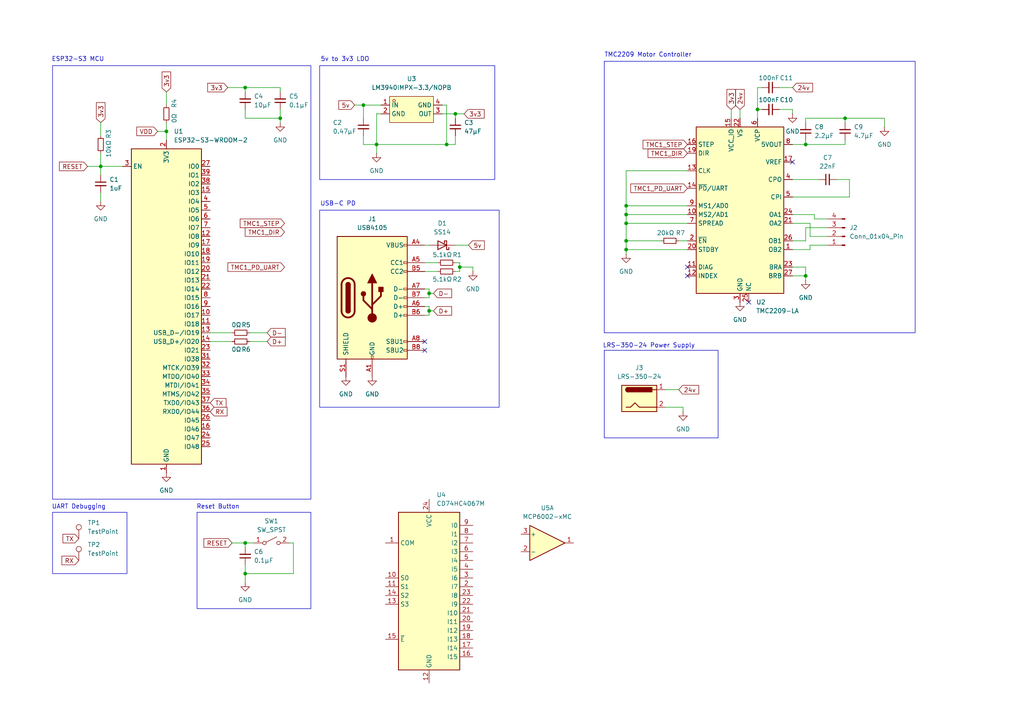
<source format=kicad_sch>
(kicad_sch (version 20250114) (generator "eeschema") (generator_version "9.0")
  (paper "A4")
  (lib_symbols
    (symbol "74xx:CD74HC4067M"
      (property "Reference" "U" (at -8.89 22.86 0))
      (property "Value" "CD74HC4067M" (at 1.27 22.86 0))
      (symbol "CD74HC4067M_0_1"
        (rectangle (start -8.89 21.59) (end 8.89 -24.13) (stroke (width 0.254)) (fill (type background)))
      )
      (symbol "CD74HC4067M_1_1"
        (pin passive line (at -12.7 12.7 0) (length 3.81) (name "COM") (number "1"))
        (pin input line (at -12.7 2.54 0) (length 3.81) (name "S0") (number "10"))
        (pin input line (at -12.7 0 0) (length 3.81) (name "S1") (number "11"))
        (pin input line (at -12.7 -2.54 0) (length 3.81) (name "S2") (number "14"))
        (pin input line (at -12.7 -5.08 0) (length 3.81) (name "S3") (number "13"))
        (pin input line (at -12.7 -15.24 0) (length 3.81) (name "~{E}") (number "15"))
        (pin power_in line (at 0 25.4 270) (length 3.81) (name "VCC") (number "24"))
        (pin power_in line (at 0 -27.94 90) (length 3.81) (name "GND") (number "12"))
        (pin passive line (at 12.7 17.78 180) (length 3.81) (name "I0") (number "9"))
        (pin passive line (at 12.7 15.24 180) (length 3.81) (name "I1") (number "8"))
        (pin passive line (at 12.7 12.7 180) (length 3.81) (name "I2") (number "7"))
        (pin passive line (at 12.7 10.16 180) (length 3.81) (name "I3") (number "6"))
        (pin passive line (at 12.7 7.62 180) (length 3.81) (name "I4") (number "5"))
        (pin passive line (at 12.7 5.08 180) (length 3.81) (name "I5") (number "4"))
        (pin passive line (at 12.7 2.54 180) (length 3.81) (name "I6") (number "3"))
        (pin passive line (at 12.7 0 180) (length 3.81) (name "I7") (number "2"))
        (pin passive line (at 12.7 -2.54 180) (length 3.81) (name "I8") (number "23"))
        (pin passive line (at 12.7 -5.08 180) (length 3.81) (name "I9") (number "22"))
        (pin passive line (at 12.7 -7.62 180) (length 3.81) (name "I10") (number "21"))
        (pin passive line (at 12.7 -10.16 180) (length 3.81) (name "I11") (number "20"))
        (pin passive line (at 12.7 -12.7 180) (length 3.81) (name "I12") (number "19"))
        (pin passive line (at 12.7 -15.24 180) (length 3.81) (name "I13") (number "18"))
        (pin passive line (at 12.7 -17.78 180) (length 3.81) (name "I14") (number "17"))
        (pin passive line (at 12.7 -20.32 180) (length 3.81) (name "I15") (number "16"))
      )
    )
    (symbol "Amplifier_Operational:MCP6002-xMC" (pin_names (offset 0.127))
      (property "Reference" "U" (at 0 5.08 0))
      (property "Value" "MCP6002-xMC" (at 0 -5.08 0))
      (symbol "MCP6002-xMC_1_1"
        (polyline (pts (xy -5.08 5.08) (xy 5.08 0) (xy -5.08 -5.08) (xy -5.08 5.08)) (stroke (width 0.254)) (fill (type background)))
        (pin input line (at -7.62 2.54 0) (length 2.54) (name "+") (number "3"))
        (pin input line (at -7.62 -2.54 0) (length 2.54) (name "-") (number "2"))
        (pin output line (at 7.62 0 180) (length 2.54) (name "~") (number "1"))
      )
      (symbol "MCP6002-xMC_2_1"
        (polyline (pts (xy -5.08 5.08) (xy 5.08 0) (xy -5.08 -5.08) (xy -5.08 5.08)) (stroke (width 0.254)) (fill (type background)))
        (pin input line (at -7.62 2.54 0) (length 2.54) (name "+") (number "5"))
        (pin input line (at -7.62 -2.54 0) (length 2.54) (name "-") (number "6"))
        (pin output line (at 7.62 0 180) (length 2.54) (name "~") (number "7"))
      )
      (symbol "MCP6002-xMC_3_1"
        (pin power_in line (at -2.54 7.62 270) (length 3.81) (name "V+") (number "8"))
        (pin power_in line (at -2.54 -7.62 90) (length 3.81) (name "V-") (number "4"))
        (pin passive line (at -2.54 -7.62 90) (length 3.81) (hide yes) (name "V-") (number "9"))
      )
    )
    (symbol "Connector:Barrel_Jack" (pin_names (offset 1.016))
      (property "Reference" "J" (at 0 5.334 0))
      (property "Value" "Barrel_Jack" (at 0 -5.08 0))
      (symbol "Barrel_Jack_0_1"
        (rectangle (start -5.08 3.81) (end 5.08 -3.81) (stroke (width 0.254)) (fill (type background)))
        (polyline (pts (xy -3.81 -2.54) (xy -2.54 -2.54) (xy -1.27 -1.27) (xy 0 -2.54) (xy 2.54 -2.54) (xy 5.08 -2.54)) (stroke (width 0.254)))
        (arc (start -3.302 1.905) (mid -3.9343 2.54) (end -3.302 3.175) (stroke (width 0.254)))
        (arc (start -3.302 1.905) (mid -3.9343 2.54) (end -3.302 3.175) (stroke (width 0.254)) (fill (type outline)))
        (rectangle (start 3.683 3.175) (end -3.302 1.905) (stroke (width 0.254)) (fill (type outline)))
        (polyline (pts (xy 5.08 2.54) (xy 3.81 2.54)) (stroke (width 0.254)))
      )
      (symbol "Barrel_Jack_1_1"
        (pin passive line (at 7.62 2.54 180) (length 2.54) (name "~") (number "1"))
        (pin passive line (at 7.62 -2.54 180) (length 2.54) (name "~") (number "2"))
      )
    )
    (symbol "Connector:Conn_01x04_Pin" (pin_names (offset 1.016) (hide yes))
      (property "Reference" "J" (at 0 5.08 0))
      (property "Value" "Conn_01x04_Pin" (at 0 -7.62 0))
      (symbol "Conn_01x04_Pin_1_1"
        (rectangle (start 0.8636 2.667) (end 0 2.413) (stroke (width 0.1524)) (fill (type outline)))
        (rectangle (start 0.8636 0.127) (end 0 -0.127) (stroke (width 0.1524)) (fill (type outline)))
        (rectangle (start 0.8636 -2.413) (end 0 -2.667) (stroke (width 0.1524)) (fill (type outline)))
        (rectangle (start 0.8636 -4.953) (end 0 -5.207) (stroke (width 0.1524)) (fill (type outline)))
        (polyline (pts (xy 1.27 2.54) (xy 0.8636 2.54)) (stroke (width 0.1524)))
        (polyline (pts (xy 1.27 0) (xy 0.8636 0)) (stroke (width 0.1524)))
        (polyline (pts (xy 1.27 -2.54) (xy 0.8636 -2.54)) (stroke (width 0.1524)))
        (polyline (pts (xy 1.27 -5.08) (xy 0.8636 -5.08)) (stroke (width 0.1524)))
        (pin passive line (at 5.08 2.54 180) (length 3.81) (name "Pin_1") (number "1"))
        (pin passive line (at 5.08 0 180) (length 3.81) (name "Pin_2") (number "2"))
        (pin passive line (at 5.08 -2.54 180) (length 3.81) (name "Pin_3") (number "3"))
        (pin passive line (at 5.08 -5.08 180) (length 3.81) (name "Pin_4") (number "4"))
      )
    )
    (symbol "Connector:TestPoint" (pin_numbers (hide yes)) (pin_names (offset 0.762) (hide yes))
      (property "Reference" "TP" (at 0 6.858 0))
      (property "Value" "TestPoint" (at 0 5.08 0))
      (symbol "TestPoint_0_1"
        (circle (center 0 3.302) (radius 0.762))
      )
      (symbol "TestPoint_1_1"
        (pin passive line (at 0 0 90) (length 2.54) (name "1") (number "1"))
      )
    )
    (symbol "Connector:USB_C_Receptacle_USB2.0_16P" (pin_names (offset 1.016))
      (property "Reference" "J" (at 0 22.225 0))
      (property "Value" "USB_C_Receptacle_USB2.0_16P" (at 0 19.685 0))
      (symbol "USB_C_Receptacle_USB2.0_16P_0_0"
        (rectangle (start -0.254 -17.78) (end 0.254 -16.764))
        (rectangle (start 10.16 15.494) (end 9.144 14.986))
        (rectangle (start 10.16 10.414) (end 9.144 9.906))
        (rectangle (start 10.16 7.874) (end 9.144 7.366))
        (rectangle (start 10.16 2.794) (end 9.144 2.286))
        (rectangle (start 10.16 0.254) (end 9.144 -0.254))
        (rectangle (start 10.16 -2.286) (end 9.144 -2.794))
        (rectangle (start 10.16 -4.826) (end 9.144 -5.334))
        (rectangle (start 10.16 -12.446) (end 9.144 -12.954))
        (rectangle (start 10.16 -14.986) (end 9.144 -15.494))
      )
      (symbol "USB_C_Receptacle_USB2.0_16P_0_1"
        (rectangle (start -10.16 17.78) (end 10.16 -17.78) (stroke (width 0.254)) (fill (type background)))
        (polyline (pts (xy -8.89 -3.81) (xy -8.89 3.81)) (stroke (width 0.508)))
        (rectangle (start -7.62 -3.81) (end -6.35 3.81) (stroke (width 0.254)) (fill (type outline)))
        (arc (start -7.62 3.81) (mid -6.985 4.4423) (end -6.35 3.81) (stroke (width 0.254)))
        (arc (start -7.62 3.81) (mid -6.985 4.4423) (end -6.35 3.81) (stroke (width 0.254)) (fill (type outline)))
        (arc (start -8.89 3.81) (mid -6.985 5.7067) (end -5.08 3.81) (stroke (width 0.508)))
        (arc (start -5.08 -3.81) (mid -6.985 -5.7067) (end -8.89 -3.81) (stroke (width 0.508)))
        (arc (start -6.35 -3.81) (mid -6.985 -4.4423) (end -7.62 -3.81) (stroke (width 0.254)))
        (arc (start -6.35 -3.81) (mid -6.985 -4.4423) (end -7.62 -3.81) (stroke (width 0.254)) (fill (type outline)))
        (polyline (pts (xy -5.08 3.81) (xy -5.08 -3.81)) (stroke (width 0.508)))
        (circle (center -2.54 1.143) (radius 0.635) (stroke (width 0.254)) (fill (type outline)))
        (polyline (pts (xy -1.27 4.318) (xy 0 6.858) (xy 1.27 4.318) (xy -1.27 4.318)) (stroke (width 0.254)) (fill (type outline)))
        (polyline (pts (xy 0 -2.032) (xy 2.54 0.508) (xy 2.54 1.778)) (stroke (width 0.508)))
        (polyline (pts (xy 0 -3.302) (xy -2.54 -0.762) (xy -2.54 0.508)) (stroke (width 0.508)))
        (polyline (pts (xy 0 -5.842) (xy 0 4.318)) (stroke (width 0.508)))
        (circle (center 0 -5.842) (radius 1.27) (fill (type outline)))
        (rectangle (start 1.905 1.778) (end 3.175 3.048) (stroke (width 0.254)) (fill (type outline)))
      )
      (symbol "USB_C_Receptacle_USB2.0_16P_1_1"
        (pin passive line (at -7.62 -22.86 90) (length 5.08) (name "SHIELD") (number "S1"))
        (pin passive line (at 0 -22.86 90) (length 5.08) (name "GND") (number "A1"))
        (pin passive line (at 0 -22.86 90) (length 5.08) (hide yes) (name "GND") (number "A12"))
        (pin passive line (at 0 -22.86 90) (length 5.08) (hide yes) (name "GND") (number "B1"))
        (pin passive line (at 0 -22.86 90) (length 5.08) (hide yes) (name "GND") (number "B12"))
        (pin passive line (at 15.24 15.24 180) (length 5.08) (name "VBUS") (number "A4"))
        (pin passive line (at 15.24 15.24 180) (length 5.08) (hide yes) (name "VBUS") (number "A9"))
        (pin passive line (at 15.24 15.24 180) (length 5.08) (hide yes) (name "VBUS") (number "B4"))
        (pin passive line (at 15.24 15.24 180) (length 5.08) (hide yes) (name "VBUS") (number "B9"))
        (pin bidirectional line (at 15.24 10.16 180) (length 5.08) (name "CC1") (number "A5"))
        (pin bidirectional line (at 15.24 7.62 180) (length 5.08) (name "CC2") (number "B5"))
        (pin bidirectional line (at 15.24 2.54 180) (length 5.08) (name "D-") (number "A7"))
        (pin bidirectional line (at 15.24 0 180) (length 5.08) (name "D-") (number "B7"))
        (pin bidirectional line (at 15.24 -2.54 180) (length 5.08) (name "D+") (number "A6"))
        (pin bidirectional line (at 15.24 -5.08 180) (length 5.08) (name "D+") (number "B6"))
        (pin bidirectional line (at 15.24 -12.7 180) (length 5.08) (name "SBU1") (number "A8"))
        (pin bidirectional line (at 15.24 -15.24 180) (length 5.08) (name "SBU2") (number "B8"))
      )
    )
    (symbol "Device:C_Small" (pin_numbers (hide yes)) (pin_names (offset 0.254) (hide yes))
      (property "Reference" "C" (at 0.254 1.778 0))
      (property "Value" "C_Small" (at 0.254 -2.032 0))
      (symbol "C_Small_0_1"
        (polyline (pts (xy -1.524 0.508) (xy 1.524 0.508)) (stroke (width 0.3048)))
        (polyline (pts (xy -1.524 -0.508) (xy 1.524 -0.508)) (stroke (width 0.3302)))
      )
      (symbol "C_Small_1_1"
        (pin passive line (at 0 2.54 270) (length 2.032) (name "~") (number "1"))
        (pin passive line (at 0 -2.54 90) (length 2.032) (name "~") (number "2"))
      )
    )
    (symbol "Device:D_Schottky" (pin_numbers (hide yes)) (pin_names (offset 1.016) (hide yes))
      (property "Reference" "D" (at 0 2.54 0))
      (property "Value" "D_Schottky" (at 0 -2.54 0))
      (symbol "D_Schottky_0_1"
        (polyline (pts (xy -1.905 0.635) (xy -1.905 1.27) (xy -1.27 1.27) (xy -1.27 -1.27) (xy -0.635 -1.27) (xy -0.635 -0.635)) (stroke (width 0.254)))
        (polyline (pts (xy 1.27 1.27) (xy 1.27 -1.27) (xy -1.27 0) (xy 1.27 1.27)) (stroke (width 0.254)))
        (polyline (pts (xy 1.27 0) (xy -1.27 0)))
      )
      (symbol "D_Schottky_1_1"
        (pin passive line (at -3.81 0 0) (length 2.54) (name "K") (number "1"))
        (pin passive line (at 3.81 0 180) (length 2.54) (name "A") (number "2"))
      )
    )
    (symbol "Device:R_Small" (pin_numbers (hide yes)) (pin_names (offset 0.254) (hide yes))
      (property "Reference" "R" (at 0.762 0.508 0))
      (property "Value" "R_Small" (at 0.762 -1.016 0))
      (symbol "R_Small_0_1"
        (rectangle (start -0.762 1.778) (end 0.762 -1.778) (stroke (width 0.2032)))
      )
      (symbol "R_Small_1_1"
        (pin passive line (at 0 2.54 270) (length 0.762) (name "~") (number "1"))
        (pin passive line (at 0 -2.54 90) (length 0.762) (name "~") (number "2"))
      )
    )
    (symbol "Driver_Motor:TMC2209-LA"
      (property "Reference" "U" (at -11.684 26.924 0))
      (property "Value" "TMC2209-LA" (at 13.208 26.924 0))
      (symbol "TMC2209-LA_0_1"
        (rectangle (start -12.7 25.4) (end 12.7 -22.86) (stroke (width 0.254)) (fill (type background)))
      )
      (symbol "TMC2209-LA_1_1"
        (pin input line (at -15.24 20.32 0) (length 2.54) (name "STEP") (number "16"))
        (pin input line (at -15.24 17.78 0) (length 2.54) (name "DIR") (number "19"))
        (pin input line (at -15.24 12.7 0) (length 2.54) (name "CLK") (number "13"))
        (pin bidirectional line (at -15.24 7.62 0) (length 2.54) (name "~{PD}/UART") (number "14"))
        (pin input line (at -15.24 2.54 0) (length 2.54) (name "MS1/AD0") (number "9"))
        (pin input line (at -15.24 0 0) (length 2.54) (name "MS2/AD1") (number "10"))
        (pin input line (at -15.24 -2.54 0) (length 2.54) (name "SPREAD") (number "7"))
        (pin input line (at -15.24 -7.62 0) (length 2.54) (name "~{EN}") (number "2"))
        (pin input line (at -15.24 -10.16 0) (length 2.54) (name "STDBY") (number "20"))
        (pin output line (at -15.24 -15.24 0) (length 2.54) (name "DIAG") (number "11"))
        (pin output line (at -15.24 -17.78 0) (length 2.54) (name "INDEX") (number "12"))
        (pin power_in line (at -2.54 27.94 270) (length 2.54) (name "VCC_IO") (number "15"))
        (pin power_in line (at 0 27.94 270) (length 2.54) (name "VS") (number "22"))
        (pin passive line (at 0 27.94 270) (length 2.54) (hide yes) (name "VS") (number "28"))
        (pin passive line (at 0 -25.4 90) (length 2.54) (hide yes) (name "GND") (number "18"))
        (pin passive line (at 0 -25.4 90) (length 2.54) (hide yes) (name "GND") (number "29"))
        (pin power_in line (at 0 -25.4 90) (length 2.54) (name "GND") (number "3"))
        (pin passive line (at 2.54 -25.4 90) (length 2.54) (name "NC") (number "25"))
        (pin output line (at 5.08 27.94 270) (length 2.54) (name "VCP") (number "6"))
        (pin power_out line (at 15.24 20.32 180) (length 2.54) (name "5VOUT") (number "8"))
        (pin passive line (at 15.24 15.24 180) (length 2.54) (name "VREF") (number "17"))
        (pin input line (at 15.24 10.16 180) (length 2.54) (name "CPO") (number "4"))
        (pin input line (at 15.24 5.08 180) (length 2.54) (name "CPI") (number "5"))
        (pin output line (at 15.24 0 180) (length 2.54) (name "OA1") (number "24"))
        (pin output line (at 15.24 -2.54 180) (length 2.54) (name "OA2") (number "21"))
        (pin output line (at 15.24 -7.62 180) (length 2.54) (name "OB1") (number "26"))
        (pin output line (at 15.24 -10.16 180) (length 2.54) (name "OB2") (number "1"))
        (pin input line (at 15.24 -15.24 180) (length 2.54) (name "BRA") (number "23"))
        (pin input line (at 15.24 -17.78 180) (length 2.54) (name "BRB") (number "27"))
      )
    )
    (symbol "EasyEDA:LM3940IMPX-3.3_NOPB"
      (property "Reference" "U" (at 0 6.35 0))
      (property "Value" "LM3940IMPX-3.3/NOPB" (at 0 -6.35 0))
      (symbol "LM3940IMPX-3.3_NOPB_0_1"
        (rectangle (start -6.35 3.81) (end 6.35 -3.81) (fill (type background)))
        (circle (center -5.08 2.54) (radius 0.38))
        (pin unspecified line (at -8.89 1.27 0) (length 2.54) (name "IN") (number "1"))
        (pin unspecified line (at -8.89 -1.27 0) (length 2.54) (name "GND") (number "2"))
        (pin unspecified line (at 8.89 1.27 180) (length 2.54) (name "GND") (number "4"))
        (pin unspecified line (at 8.89 -1.27 180) (length 2.54) (name "OUT") (number "3"))
      )
    )
    (symbol "RF_Module:ESP32-S3-WROOM-2"
      (property "Reference" "U" (at -10.16 45.72 0))
      (property "Value" "ESP32-S3-WROOM-2" (at 2.54 45.72 0))
      (symbol "ESP32-S3-WROOM-2_0_1"
        (rectangle (start -10.16 45.72) (end 10.16 -45.72) (stroke (width 0.254)) (fill (type background)))
      )
      (symbol "ESP32-S3-WROOM-2_1_1"
        (pin input line (at -12.7 40.64 0) (length 2.54) (name "EN") (number "3"))
        (pin no_connect line (at -10.16 -35.56 0) (length 2.54) (hide yes) (name "NC") (number "28"))
        (pin no_connect line (at -10.16 -38.1 0) (length 2.54) (hide yes) (name "NC") (number "29"))
        (pin no_connect line (at -10.16 -40.64 0) (length 2.54) (hide yes) (name "NC") (number "30"))
        (pin power_in line (at 0 48.26 270) (length 2.54) (name "3V3") (number "2"))
        (pin power_in line (at 0 -48.26 90) (length 2.54) (name "GND") (number "1"))
        (pin passive line (at 0 -48.26 90) (length 2.54) (hide yes) (name "GND") (number "40"))
        (pin passive line (at 0 -48.26 90) (length 2.54) (hide yes) (name "GND") (number "41"))
        (pin bidirectional line (at 12.7 40.64 180) (length 2.54) (name "IO0") (number "27"))
        (pin bidirectional line (at 12.7 38.1 180) (length 2.54) (name "IO1") (number "39"))
        (pin bidirectional line (at 12.7 35.56 180) (length 2.54) (name "IO2") (number "38"))
        (pin bidirectional line (at 12.7 33.02 180) (length 2.54) (name "IO3") (number "15"))
        (pin bidirectional line (at 12.7 30.48 180) (length 2.54) (name "IO4") (number "4"))
        (pin bidirectional line (at 12.7 27.94 180) (length 2.54) (name "IO5") (number "5"))
        (pin bidirectional line (at 12.7 25.4 180) (length 2.54) (name "IO6") (number "6"))
        (pin bidirectional line (at 12.7 22.86 180) (length 2.54) (name "IO7") (number "7"))
        (pin bidirectional line (at 12.7 20.32 180) (length 2.54) (name "IO8") (number "12"))
        (pin bidirectional line (at 12.7 17.78 180) (length 2.54) (name "IO9") (number "17"))
        (pin bidirectional line (at 12.7 15.24 180) (length 2.54) (name "IO10") (number "18"))
        (pin bidirectional line (at 12.7 12.7 180) (length 2.54) (name "IO11") (number "19"))
        (pin bidirectional line (at 12.7 10.16 180) (length 2.54) (name "IO12") (number "20"))
        (pin bidirectional line (at 12.7 7.62 180) (length 2.54) (name "IO13") (number "21"))
        (pin bidirectional line (at 12.7 5.08 180) (length 2.54) (name "IO14") (number "22"))
        (pin bidirectional line (at 12.7 2.54 180) (length 2.54) (name "IO15") (number "8"))
        (pin bidirectional line (at 12.7 0 180) (length 2.54) (name "IO16") (number "9"))
        (pin bidirectional line (at 12.7 -2.54 180) (length 2.54) (name "IO17") (number "10"))
        (pin bidirectional line (at 12.7 -5.08 180) (length 2.54) (name "IO18") (number "11"))
        (pin bidirectional line (at 12.7 -7.62 180) (length 2.54) (name "USB_D-/IO19") (number "13"))
        (pin bidirectional line (at 12.7 -10.16 180) (length 2.54) (name "USB_D+/IO20") (number "14"))
        (pin bidirectional line (at 12.7 -12.7 180) (length 2.54) (name "IO21") (number "23"))
        (pin bidirectional line (at 12.7 -15.24 180) (length 2.54) (name "IO38") (number "31"))
        (pin bidirectional line (at 12.7 -17.78 180) (length 2.54) (name "MTCK/IO39") (number "32"))
        (pin bidirectional line (at 12.7 -20.32 180) (length 2.54) (name "MTDO/IO40") (number "33"))
        (pin bidirectional line (at 12.7 -22.86 180) (length 2.54) (name "MTDI/IO41") (number "34"))
        (pin bidirectional line (at 12.7 -25.4 180) (length 2.54) (name "MTMS/IO42") (number "35"))
        (pin bidirectional line (at 12.7 -27.94 180) (length 2.54) (name "TXD0/IO43") (number "37"))
        (pin bidirectional line (at 12.7 -30.48 180) (length 2.54) (name "RXD0/IO44") (number "36"))
        (pin bidirectional line (at 12.7 -33.02 180) (length 2.54) (name "IO45") (number "26"))
        (pin bidirectional line (at 12.7 -35.56 180) (length 2.54) (name "IO46") (number "16"))
        (pin bidirectional line (at 12.7 -38.1 180) (length 2.54) (name "IO47") (number "24"))
        (pin bidirectional line (at 12.7 -40.64 180) (length 2.54) (name "IO48") (number "25"))
      )
    )
    (symbol "Switch:SW_SPST" (pin_names (offset 0) (hide yes))
      (property "Reference" "SW" (at 0 3.175 0))
      (property "Value" "SW_SPST" (at 0 -2.54 0))
      (symbol "SW_SPST_0_0"
        (circle (center -2.032 0) (radius 0.508))
        (polyline (pts (xy -1.524 0.254) (xy 1.524 1.778)))
        (circle (center 2.032 0) (radius 0.508))
      )
      (symbol "SW_SPST_1_1"
        (pin passive line (at -5.08 0 0) (length 2.54) (name "A") (number "1"))
        (pin passive line (at 5.08 0 180) (length 2.54) (name "B") (number "2"))
      )
    )
    (symbol "power:GND" (power) (pin_numbers (hide yes)) (pin_names (offset 0) (hide yes))
      (property "Value" "GND" (at 0 -3.81 0))
      (symbol "GND_0_1"
        (polyline (pts (xy 0 0) (xy 0 -1.27) (xy 1.27 -1.27) (xy 0 -2.54) (xy -1.27 -1.27) (xy 0 -1.27)))
      )
      (symbol "GND_1_1"
        (pin power_in line (at 0 0 270) (length 0) (name "~") (number "1"))
      )
    )
  )
  (rectangle (start 92.71 60.96) (end 144.78 118.11))
  (rectangle (start 175.26 101.6) (end 208.28 127))
  (rectangle (start 92.71 19.05) (end 143.51 52.07))
  (rectangle (start 15.24 148.59) (end 36.83 166.37))
  (rectangle (start 15.24 19.05) (end 90.17 144.78))
  (rectangle (start 175.26 17.78) (end 265.43 96.52))
  (rectangle (start 57.15 148.59) (end 90.17 176.53))
  (text "5v to 3v3 LDO" (at 100.076 17.272 0) (effects (font (size 1.27 1.27))))
  (text "LRS-350-24 Power Supply" (at 188.214 100.33 0) (effects (font (size 1.27 1.27))))
  (text "ESP32-S3 MCU" (at 22.606 17.272 0) (effects (font (size 1.27 1.27))))
  (text "Reset Button\n" (at 63.246 147.066 0) (effects (font (size 1.27 1.27))))
  (text "USB-C PD" (at 98.044 59.182 0) (effects (font (size 1.27 1.27))))
  (text "UART Debugging" (at 22.86 147.066 0) (effects (font (size 1.27 1.27))))
  (text "TMC2209 Motor Controller" (at 187.96 16.002 0) (effects (font (size 1.27 1.27))))
  (junction (at 233.68 80.01))
  (junction (at 132.08 33.02))
  (junction (at 181.61 59.69))
  (junction (at 181.61 69.85))
  (junction (at 181.61 72.39))
  (junction (at 124.46 85.09))
  (junction (at 71.12 166.37))
  (junction (at 105.41 30.48))
  (junction (at 109.22 41.91))
  (junction (at 245.11 34.29))
  (junction (at 81.28 34.29))
  (junction (at 71.12 157.48))
  (junction (at 233.68 41.91))
  (junction (at 219.71 31.75))
  (junction (at 48.26 38.1))
  (junction (at 133.35 77.47))
  (junction (at 71.12 25.4))
  (junction (at 29.21 48.26))
  (junction (at 124.46 90.17))
  (junction (at 181.61 62.23))
  (junction (at 129.54 41.91))
  (junction (at 181.61 64.77))
  (no_connect (at 199.39 77.47))
  (no_connect (at 199.39 80.01))
  (no_connect (at 123.19 99.06))
  (no_connect (at 229.87 46.99))
  (no_connect (at 217.17 87.63))
  (no_connect (at 123.19 101.6))
  (wire (pts (xy 81.28 26.67) (xy 81.28 25.4)))
  (wire (pts (xy 67.31 157.48) (xy 71.12 157.48)))
  (wire (pts (xy 123.19 88.9) (xy 124.46 88.9)))
  (wire (pts (xy 132.08 33.02) (xy 134.62 33.02)))
  (wire (pts (xy 214.63 31.75) (xy 214.63 34.29)))
  (wire (pts (xy 66.04 25.4) (xy 71.12 25.4)))
  (wire (pts (xy 125.73 85.09) (xy 124.46 85.09)))
  (wire (pts (xy 48.26 26.67) (xy 48.26 30.48)))
  (wire (pts (xy 105.41 34.29) (xy 105.41 30.48)))
  (wire (pts (xy 124.46 88.9) (xy 124.46 90.17)))
  (wire (pts (xy 29.21 58.42) (xy 29.21 55.88)))
  (wire (pts (xy 229.87 69.85) (xy 233.68 69.85)))
  (wire (pts (xy 181.61 72.39) (xy 199.39 72.39)))
  (wire (pts (xy 199.39 59.69) (xy 181.61 59.69)))
  (wire (pts (xy 226.06 25.4) (xy 229.87 25.4)))
  (wire (pts (xy 256.54 36.83) (xy 256.54 34.29)))
  (wire (pts (xy 85.09 166.37) (xy 71.12 166.37)))
  (wire (pts (xy 81.28 31.75) (xy 81.28 34.29)))
  (wire (pts (xy 181.61 73.66) (xy 181.61 72.39)))
  (wire (pts (xy 132.08 39.37) (xy 132.08 41.91)))
  (wire (pts (xy 233.68 34.29) (xy 245.11 34.29)))
  (wire (pts (xy 48.26 38.1) (xy 48.26 40.64)))
  (wire (pts (xy 229.87 64.77) (xy 234.95 64.77)))
  (wire (pts (xy 48.26 35.56) (xy 48.26 38.1)))
  (wire (pts (xy 124.46 91.44) (xy 123.19 91.44)))
  (wire (pts (xy 229.87 52.07) (xy 237.49 52.07)))
  (wire (pts (xy 128.27 30.48) (xy 129.54 30.48)))
  (wire (pts (xy 137.16 78.74) (xy 137.16 77.47)))
  (wire (pts (xy 233.68 77.47) (xy 233.68 80.01)))
  (wire (pts (xy 196.85 113.03) (xy 193.04 113.03)))
  (wire (pts (xy 132.08 41.91) (xy 129.54 41.91)))
  (wire (pts (xy 229.87 41.91) (xy 233.68 41.91)))
  (wire (pts (xy 199.39 62.23) (xy 181.61 62.23)))
  (wire (pts (xy 181.61 59.69) (xy 181.61 62.23)))
  (wire (pts (xy 226.06 31.75) (xy 229.87 31.75)))
  (wire (pts (xy 71.12 166.37) (xy 71.12 163.83)))
  (wire (pts (xy 124.46 86.36) (xy 123.19 86.36)))
  (wire (pts (xy 219.71 34.29) (xy 219.71 31.75)))
  (wire (pts (xy 219.71 31.75) (xy 220.98 31.75)))
  (wire (pts (xy 229.87 72.39) (xy 234.95 72.39)))
  (wire (pts (xy 81.28 34.29) (xy 81.28 35.56)))
  (wire (pts (xy 124.46 83.82) (xy 124.46 85.09)))
  (wire (pts (xy 246.38 52.07) (xy 246.38 57.15)))
  (wire (pts (xy 109.22 33.02) (xy 109.22 41.91)))
  (wire (pts (xy 71.12 157.48) (xy 73.66 157.48)))
  (wire (pts (xy 229.87 62.23) (xy 236.22 62.23)))
  (wire (pts (xy 196.85 69.85) (xy 199.39 69.85)))
  (wire (pts (xy 181.61 64.77) (xy 181.61 69.85)))
  (wire (pts (xy 233.68 35.56) (xy 233.68 34.29)))
  (wire (pts (xy 71.12 25.4) (xy 71.12 26.67)))
  (wire (pts (xy 29.21 39.37) (xy 29.21 35.56)))
  (wire (pts (xy 60.96 99.06) (xy 67.31 99.06)))
  (wire (pts (xy 71.12 34.29) (xy 81.28 34.29)))
  (wire (pts (xy 77.47 99.06) (xy 72.39 99.06)))
  (wire (pts (xy 25.4 48.26) (xy 29.21 48.26)))
  (wire (pts (xy 198.12 118.11) (xy 198.12 119.38)))
  (wire (pts (xy 123.19 76.2) (xy 127 76.2)))
  (wire (pts (xy 109.22 44.45) (xy 109.22 41.91)))
  (wire (pts (xy 123.19 78.74) (xy 127 78.74)))
  (wire (pts (xy 105.41 30.48) (xy 110.49 30.48)))
  (wire (pts (xy 220.98 25.4) (xy 219.71 25.4)))
  (wire (pts (xy 83.82 157.48) (xy 85.09 157.48)))
  (wire (pts (xy 245.11 34.29) (xy 245.11 35.56)))
  (wire (pts (xy 71.12 31.75) (xy 71.12 34.29)))
  (wire (pts (xy 132.08 71.12) (xy 135.89 71.12)))
  (wire (pts (xy 242.57 52.07) (xy 246.38 52.07)))
  (wire (pts (xy 229.87 31.75) (xy 229.87 33.02)))
  (wire (pts (xy 29.21 44.45) (xy 29.21 48.26)))
  (wire (pts (xy 181.61 49.53) (xy 199.39 49.53)))
  (wire (pts (xy 233.68 41.91) (xy 245.11 41.91)))
  (wire (pts (xy 124.46 90.17) (xy 124.46 91.44)))
  (wire (pts (xy 105.41 39.37) (xy 105.41 41.91)))
  (wire (pts (xy 128.27 33.02) (xy 132.08 33.02)))
  (wire (pts (xy 245.11 41.91) (xy 245.11 40.64)))
  (wire (pts (xy 193.04 118.11) (xy 198.12 118.11)))
  (wire (pts (xy 233.68 69.85) (xy 233.68 66.04)))
  (wire (pts (xy 212.09 31.75) (xy 212.09 34.29)))
  (wire (pts (xy 77.47 96.52) (xy 72.39 96.52)))
  (wire (pts (xy 125.73 90.17) (xy 124.46 90.17)))
  (wire (pts (xy 29.21 48.26) (xy 35.56 48.26)))
  (wire (pts (xy 129.54 41.91) (xy 109.22 41.91)))
  (wire (pts (xy 133.35 76.2) (xy 132.08 76.2)))
  (wire (pts (xy 246.38 57.15) (xy 229.87 57.15)))
  (wire (pts (xy 234.95 64.77) (xy 234.95 68.58)))
  (wire (pts (xy 229.87 77.47) (xy 233.68 77.47)))
  (wire (pts (xy 129.54 30.48) (xy 129.54 41.91)))
  (wire (pts (xy 236.22 62.23) (xy 236.22 63.5)))
  (wire (pts (xy 105.41 41.91) (xy 109.22 41.91)))
  (wire (pts (xy 123.19 83.82) (xy 124.46 83.82)))
  (wire (pts (xy 133.35 77.47) (xy 133.35 76.2)))
  (wire (pts (xy 102.87 30.48) (xy 105.41 30.48)))
  (wire (pts (xy 219.71 25.4) (xy 219.71 31.75)))
  (wire (pts (xy 233.68 80.01) (xy 233.68 81.28)))
  (wire (pts (xy 45.72 38.1) (xy 48.26 38.1)))
  (wire (pts (xy 85.09 157.48) (xy 85.09 166.37)))
  (wire (pts (xy 234.95 68.58) (xy 240.03 68.58)))
  (wire (pts (xy 181.61 72.39) (xy 181.61 69.85)))
  (wire (pts (xy 236.22 63.5) (xy 240.03 63.5)))
  (wire (pts (xy 234.95 72.39) (xy 234.95 71.12)))
  (wire (pts (xy 60.96 96.52) (xy 67.31 96.52)))
  (wire (pts (xy 137.16 77.47) (xy 133.35 77.47)))
  (wire (pts (xy 233.68 40.64) (xy 233.68 41.91)))
  (wire (pts (xy 124.46 85.09) (xy 124.46 86.36)))
  (wire (pts (xy 181.61 62.23) (xy 181.61 64.77)))
  (wire (pts (xy 110.49 33.02) (xy 109.22 33.02)))
  (wire (pts (xy 245.11 34.29) (xy 256.54 34.29)))
  (wire (pts (xy 234.95 71.12) (xy 240.03 71.12)))
  (wire (pts (xy 132.08 33.02) (xy 132.08 34.29)))
  (wire (pts (xy 71.12 168.91) (xy 71.12 166.37)))
  (wire (pts (xy 181.61 49.53) (xy 181.61 59.69)))
  (wire (pts (xy 71.12 25.4) (xy 81.28 25.4)))
  (wire (pts (xy 123.19 71.12) (xy 124.46 71.12)))
  (wire (pts (xy 181.61 64.77) (xy 199.39 64.77)))
  (wire (pts (xy 29.21 50.8) (xy 29.21 48.26)))
  (wire (pts (xy 133.35 78.74) (xy 133.35 77.47)))
  (wire (pts (xy 132.08 78.74) (xy 133.35 78.74)))
  (wire (pts (xy 233.68 66.04) (xy 240.03 66.04)))
  (wire (pts (xy 71.12 158.75) (xy 71.12 157.48)))
  (wire (pts (xy 229.87 80.01) (xy 233.68 80.01)))
  (wire (pts (xy 181.61 69.85) (xy 191.77 69.85)))
  (global_label "TMC1_DIR" (shape input) (at 199.39 44.45 180) (property "Intersheetrefs" "${INTERSHEET_REFS}" (effects (hide yes))))
  (global_label "RX" (shape input) (at 60.96 119.38 0) (property "Intersheetrefs" "${INTERSHEET_REFS}" (effects (hide yes))))
  (global_label "RX" (shape input) (at 22.86 162.56 180) (property "Intersheetrefs" "${INTERSHEET_REFS}" (effects (hide yes))))
  (global_label "3v3" (shape input) (at 212.09 31.75 90) (property "Intersheetrefs" "${INTERSHEET_REFS}" (effects (hide yes))))
  (global_label "RESET" (shape input) (at 25.4 48.26 180) (property "Intersheetrefs" "${INTERSHEET_REFS}" (effects (hide yes))))
  (global_label "D+" (shape input) (at 77.47 99.06 0) (property "Intersheetrefs" "${INTERSHEET_REFS}" (effects (hide yes))))
  (global_label "TMC1_DIR" (shape input) (at 82.55 67.31 180) (property "Intersheetrefs" "${INTERSHEET_REFS}" (effects (hide yes))))
  (global_label "TMC1_PD_UART" (shape input) (at 82.55 77.47 180) (property "Intersheetrefs" "${INTERSHEET_REFS}" (effects (hide yes))))
  (global_label "3v3" (shape input) (at 29.21 35.56 90) (property "Intersheetrefs" "${INTERSHEET_REFS}" (effects (hide yes))))
  (global_label "5v" (shape input) (at 135.89 71.12 0) (property "Intersheetrefs" "${INTERSHEET_REFS}" (effects (hide yes))))
  (global_label "D-" (shape input) (at 77.47 96.52 0) (property "Intersheetrefs" "${INTERSHEET_REFS}" (effects (hide yes))))
  (global_label "D+" (shape input) (at 125.73 90.17 0) (property "Intersheetrefs" "${INTERSHEET_REFS}" (effects (hide yes))))
  (global_label "RESET" (shape input) (at 67.31 157.48 180) (property "Intersheetrefs" "${INTERSHEET_REFS}" (effects (hide yes))))
  (global_label "24v" (shape input) (at 229.87 25.4 0) (property "Intersheetrefs" "${INTERSHEET_REFS}" (effects (hide yes))))
  (global_label "TMC1_STEP" (shape input) (at 82.55 64.77 180) (property "Intersheetrefs" "${INTERSHEET_REFS}" (effects (hide yes))))
  (global_label "3v3" (shape input) (at 48.26 26.67 90) (property "Intersheetrefs" "${INTERSHEET_REFS}" (effects (hide yes))))
  (global_label "VDD" (shape input) (at 45.72 38.1 180) (property "Intersheetrefs" "${INTERSHEET_REFS}" (effects (hide yes))))
  (global_label "TMC1_STEP" (shape input) (at 199.39 41.91 180) (property "Intersheetrefs" "${INTERSHEET_REFS}" (effects (hide yes))))
  (global_label "3v3" (shape input) (at 134.62 33.02 0) (property "Intersheetrefs" "${INTERSHEET_REFS}" (effects (hide yes))))
  (global_label "TX" (shape input) (at 60.96 116.84 0) (property "Intersheetrefs" "${INTERSHEET_REFS}" (effects (hide yes))))
  (global_label "3v3" (shape input) (at 66.04 25.4 180) (property "Intersheetrefs" "${INTERSHEET_REFS}" (effects (hide yes))))
  (global_label "TMC1_PD_UART" (shape input) (at 199.39 54.61 180) (property "Intersheetrefs" "${INTERSHEET_REFS}" (effects (hide yes))))
  (global_label "24v" (shape input) (at 214.63 31.75 90) (property "Intersheetrefs" "${INTERSHEET_REFS}" (effects (hide yes))))
  (global_label "D-" (shape input) (at 125.73 85.09 0) (property "Intersheetrefs" "${INTERSHEET_REFS}" (effects (hide yes))))
  (global_label "24v" (shape input) (at 196.85 113.03 0) (property "Intersheetrefs" "${INTERSHEET_REFS}" (effects (hide yes))))
  (global_label "5v" (shape input) (at 102.87 30.48 180) (property "Intersheetrefs" "${INTERSHEET_REFS}" (effects (hide yes))))
  (global_label "TX" (shape input) (at 22.86 156.21 180) (property "Intersheetrefs" "${INTERSHEET_REFS}" (effects (hide yes))))
  (symbol (lib_id "Device:C_Small") (at 223.52 31.75 270) (unit 1)
    (property "Reference" "C10" (at 228.092 28.956 90))
    (property "Value" "100nF" (at 223.012 28.956 90))
    (property "Description" "Unpolarized capacitor, small symbol" (effects (hide yes)))
  )
  (symbol (lib_id "Device:C_Small") (at 233.68 38.1 180) (unit 1)
    (property "Reference" "C8" (at 236.22 36.8235 0) (effects (justify right)))
    (property "Value" "2.2µF" (at 236.22 39.3635 0) (effects (justify right)))
    (property "Description" "Unpolarized capacitor, small symbol" (effects (hide yes)))
  )
  (symbol (lib_id "power:GND") (at 256.54 36.83 0) (unit 1)
    (property "Reference" "#PWR06" (effects (hide yes)))
    (property "Value" "GND" (at 256.54 41.91 0))
    (property "Description" "Power symbol creates a global label with name \"GND\" , ground" (effects (hide yes)))
  )
  (symbol (lib_id "Device:C_Small") (at 245.11 38.1 180) (unit 1)
    (property "Reference" "C9" (at 247.65 36.8235 0) (effects (justify right)))
    (property "Value" "4.7µF" (at 247.65 39.3635 0) (effects (justify right)))
    (property "Description" "Unpolarized capacitor, small symbol" (effects (hide yes)))
  )
  (symbol (lib_id "Device:C_Small") (at 105.41 36.83 0) (unit 1)
    (property "Reference" "C2" (at 96.52 35.56 0) (effects (justify left)))
    (property "Value" "0.47μF" (at 96.52 38.1 0) (effects (justify left)))
    (property "Footprint" "Capacitor_SMD:C_0805_2012Metric" (effects (hide yes)))
    (property "Description" "Unpolarized capacitor, small symbol" (effects (hide yes)))
  )
  (symbol (lib_id "power:GND") (at 214.63 87.63 0) (unit 1)
    (property "Reference" "#PWR05" (effects (hide yes)))
    (property "Value" "GND" (at 214.63 92.71 0))
    (property "Description" "Power symbol creates a global label with name \"GND\" , ground" (effects (hide yes)))
  )
  (symbol (lib_id "Device:C_Small") (at 132.08 36.83 0) (unit 1)
    (property "Reference" "C3" (at 134.62 35.5662 0) (effects (justify left)))
    (property "Value" "47μF" (at 134.62 38.1062 0) (effects (justify left)))
    (property "Footprint" "Capacitor_SMD:C_0805_2012Metric" (effects (hide yes)))
    (property "Description" "Unpolarized capacitor, small symbol" (effects (hide yes)))
  )
  (symbol (lib_id "Device:C_Small") (at 81.28 29.21 180) (unit 1)
    (property "Reference" "C5" (at 83.82 27.9335 0) (effects (justify right)))
    (property "Value" "0.1μF" (at 83.82 30.4735 0) (effects (justify right)))
    (property "Footprint" "Capacitor_SMD:C_0805_2012Metric" (effects (hide yes)))
    (property "Description" "Unpolarized capacitor, small symbol" (effects (hide yes)))
  )
  (symbol (lib_id "Device:R_Small") (at 69.85 99.06 270) (unit 1)
    (property "Reference" "R6" (at 71.374 101.346 90))
    (property "Value" "0Ω" (at 68.58 101.346 90))
    (property "Footprint" "Resistor_SMD:R_0805_2012Metric" (effects (hide yes)))
    (property "Description" "Resistor, small symbol" (effects (hide yes)))
  )
  (symbol (lib_id "Connector:USB_C_Receptacle_USB2.0_16P") (at 107.95 86.36 0) (unit 1)
    (property "Reference" "J1" (at 107.95 63.5 0))
    (property "Value" "USB4105" (at 107.95 66.04 0))
    (property "Footprint" "Connector_USB:USB_C_Receptacle_GCT_USB4105-xx-A_16P_TopMnt_Horizontal" (effects (hide yes)))
    (property "Datasheet" "https://www.usb.org/sites/default/files/documents/usb_type-c.zip" (effects (hide yes)))
    (property "Description" "USB 2.0-only 16P Type-C Receptacle connector" (effects (hide yes)))
  )
  (symbol (lib_id "power:GND") (at 181.61 73.66 0) (unit 1)
    (property "Reference" "#PWR09" (effects (hide yes)))
    (property "Value" "GND" (at 181.61 78.74 0))
    (property "Description" "Power symbol creates a global label with name \"GND\" , ground" (effects (hide yes)))
  )
  (symbol (lib_id "Connector:Barrel_Jack") (at 185.42 115.57 0) (unit 1)
    (property "Reference" "J3" (at 185.42 106.68 0))
    (property "Value" "LRS-350-24" (at 185.42 109.22 0))
    (property "Description" "DC Barrel Jack" (effects (hide yes)))
  )
  (symbol (lib_id "power:GND") (at 198.12 119.38 0) (unit 1)
    (property "Reference" "#PWR07" (effects (hide yes)))
    (property "Value" "GND" (at 198.12 124.46 0))
    (property "Description" "Power symbol creates a global label with name \"GND\" , ground" (effects (hide yes)))
  )
  (symbol (lib_id "Device:R_Small") (at 29.21 41.91 0) (unit 1)
    (property "Reference" "R3" (at 31.496 38.862 90))
    (property "Value" "10kΩ" (at 31.496 43.18 90))
    (property "Footprint" "Resistor_SMD:R_0805_2012Metric" (effects (hide yes)))
    (property "Description" "Resistor, small symbol" (effects (hide yes)))
  )
  (symbol (lib_id "Device:C_Small") (at 240.03 52.07 90) (unit 1)
    (property "Reference" "C7" (at 240.0363 45.72 90))
    (property "Value" "22nF" (at 240.0363 48.26 90))
    (property "Description" "Unpolarized capacitor, small symbol" (effects (hide yes)))
  )
  (symbol (lib_id "Device:R_Small") (at 129.54 78.74 270) (unit 1)
    (property "Reference" "R2" (at 132.588 81.026 90))
    (property "Value" "5.1kΩ" (at 128.27 81.026 90))
    (property "Footprint" "Resistor_SMD:R_0805_2012Metric" (effects (hide yes)))
    (property "Description" "Resistor, small symbol" (effects (hide yes)))
  )
  (symbol (lib_id "power:GND") (at 71.12 168.91 0) (unit 1)
    (property "Reference" "#PWR04" (effects (hide yes)))
    (property "Value" "GND" (at 71.12 173.99 0))
    (property "Description" "Power symbol creates a global label with name \"GND\" , ground" (effects (hide yes)))
  )
  (symbol (lib_id "power:GND") (at 81.28 35.56 0) (unit 1)
    (property "Reference" "#PWR03" (effects (hide yes)))
    (property "Value" "GND" (at 81.28 40.64 0))
    (property "Description" "Power symbol creates a global label with name \"GND\" , ground" (effects (hide yes)))
  )
  (symbol (lib_id "RF_Module:ESP32-S3-WROOM-2") (at 48.26 88.9 0) (unit 1)
    (property "Reference" "U1" (at 50.4033 38.1 0) (effects (justify left)))
    (property "Value" "ESP32-S3-WROOM-2" (at 50.4033 40.64 0) (effects (justify left)))
    (property "Footprint" "RF_Module:ESP32-S3-WROOM-2" (effects (hide yes)))
    (property "Datasheet" "https://www.espressif.com/sites/default/files/documentation/esp32-s3-wroom-2_datasheet_en.pdf" (effects (hide yes)))
    (property "Description" "RF Module, 2.4 GHz, Wi­-Fi, Bluetooth, BLE, ESP32­-S3R8V" (effects (hide yes)))
  )
  (symbol (lib_id "Device:R_Small") (at 194.31 69.85 90) (unit 1)
    (property "Reference" "R7" (at 197.358 67.564 90))
    (property "Value" "20kΩ" (at 193.04 67.564 90))
    (property "Footprint" "Resistor_SMD:R_0805_2012Metric" (effects (hide yes)))
    (property "Description" "Resistor, small symbol" (effects (hide yes)))
  )
  (symbol (lib_id "power:GND") (at 233.68 81.28 0) (unit 1)
    (property "Reference" "#PWR08" (effects (hide yes)))
    (property "Value" "GND" (at 233.68 86.36 0))
    (property "Description" "Power symbol creates a global label with name \"GND\" , ground" (effects (hide yes)))
  )
  (symbol (lib_id "Driver_Motor:TMC2209-LA") (at 214.63 62.23 0) (unit 1)
    (property "Reference" "U2" (at 219.3133 87.63 0) (effects (justify left)))
    (property "Value" "TMC2209-LA" (at 219.3133 90.17 0) (effects (justify left)))
    (property "Footprint" "Package_DFN_QFN:VQFN-28-1EP_5x5mm_P0.5mm_EP3.7x3.7mm_ThermalVias" (effects (hide yes)))
    (property "Datasheet" "https://www.analog.com/media/en/technical-documentation/data-sheets/TMC2209_datasheet_rev1.09.pdf" (effects (hide yes)))
    (property "Description" "2-phase stepper motor driver, 256 µSteps, 2.8A peak, 2.0A RMS, VS = 4.75..29V, STEP/DIR and UART interface, VQFN-28" (effects (hide yes)))
  )
  (symbol (lib_id "power:GND") (at 29.21 58.42 0) (unit 1)
    (property "Reference" "#PWR02" (effects (hide yes)))
    (property "Value" "GND" (at 29.21 63.5 0))
    (property "Description" "Power symbol creates a global label with name \"GND\" , ground" (effects (hide yes)))
  )
  (symbol (lib_id "Device:R_Small") (at 129.54 76.2 90) (unit 1)
    (property "Reference" "R1" (at 132.588 73.914 90))
    (property "Value" "5.1kΩ" (at 128.27 73.914 90))
    (property "Footprint" "Resistor_SMD:R_0805_2012Metric" (effects (hide yes)))
    (property "Description" "Resistor, small symbol" (effects (hide yes)))
  )
  (symbol (lib_id "Switch:SW_SPST") (at 78.74 157.48 0) (unit 1)
    (property "Reference" "SW1" (at 78.74 151.13 0))
    (property "Value" "SW_SPST" (at 78.74 153.67 0))
    (property "Footprint" "Button_Switch_THT:SW_PUSH_6mm" (effects (hide yes)))
    (property "Description" "Single Pole Single Throw (SPST) switch" (effects (hide yes)))
  )
  (symbol (lib_id "Device:C_Small") (at 29.21 53.34 0) (unit 1)
    (property "Reference" "C1" (at 31.75 52.0762 0) (effects (justify left)))
    (property "Value" "1uF" (at 31.75 54.6162 0) (effects (justify left)))
    (property "Footprint" "Capacitor_SMD:C_0805_2012Metric" (effects (hide yes)))
    (property "Description" "Unpolarized capacitor, small symbol" (effects (hide yes)))
  )
  (symbol (lib_id "power:GND") (at 137.16 78.74 0) (unit 1)
    (property "Reference" "#PWR013" (effects (hide yes)))
    (property "Value" "GND" (at 137.16 83.82 0))
    (property "Description" "Power symbol creates a global label with name \"GND\" , ground" (effects (hide yes)))
  )
  (symbol (lib_id "Device:C_Small") (at 71.12 29.21 180) (unit 1)
    (property "Reference" "C4" (at 73.66 27.9335 0) (effects (justify right)))
    (property "Value" "10μF" (at 73.66 30.4735 0) (effects (justify right)))
    (property "Footprint" "Capacitor_SMD:C_0805_2012Metric" (effects (hide yes)))
    (property "Description" "Unpolarized capacitor, small symbol" (effects (hide yes)))
  )
  (symbol (lib_id "Connector:Conn_01x04_Pin") (at 245.11 68.58 180) (unit 1)
    (property "Reference" "J2" (at 246.38 66.0399 0) (effects (justify right)))
    (property "Value" "Conn_01x04_Pin" (at 246.38 68.5799 0) (effects (justify right)))
    (property "Description" "Generic connector, single row, 01x04, script generated" (effects (hide yes)))
  )
  (symbol (lib_id "Device:C_Small") (at 71.12 161.29 180) (unit 1)
    (property "Reference" "C6" (at 73.66 160.0135 0) (effects (justify right)))
    (property "Value" "0.1μF" (at 73.66 162.5535 0) (effects (justify right)))
    (property "Footprint" "Capacitor_SMD:C_0805_2012Metric" (effects (hide yes)))
    (property "Description" "Unpolarized capacitor, small symbol" (effects (hide yes)))
  )
  (symbol (lib_id "Device:C_Small") (at 223.52 25.4 270) (unit 1)
    (property "Reference" "C11" (at 228.092 22.606 90))
    (property "Value" "100nF" (at 223.012 22.606 90))
    (property "Description" "Unpolarized capacitor, small symbol" (effects (hide yes)))
  )
  (symbol (lib_id "74xx:CD74HC4067M") (at 124.46 170.18 0) (unit 1)
    (property "Reference" "U4" (at 126.6033 143.51 0) (effects (justify left)))
    (property "Value" "CD74HC4067M" (at 126.6033 146.05 0) (effects (justify left)))
    (property "Footprint" "Package_SO:SOIC-24W_7.5x15.4mm_P1.27mm" (effects (hide yes)))
    (property "Datasheet" "http://www.ti.com/lit/ds/symlink/cd74hc4067.pdf" (effects (hide yes)))
    (property "Description" "High-Speed CMOS Logic 16-Channel Analog Multiplexer/Demultiplexer, SOIC-24" (effects (hide yes)))
  )
  (symbol (lib_id "Device:R_Small") (at 48.26 33.02 0) (unit 1)
    (property "Reference" "R4" (at 50.546 29.972 90))
    (property "Value" "0Ω" (at 50.546 34.29 90))
    (property "Footprint" "Resistor_SMD:R_0805_2012Metric" (effects (hide yes)))
    (property "Description" "Resistor, small symbol" (effects (hide yes)))
  )
  (symbol (lib_id "Device:R_Small") (at 69.85 96.52 90) (unit 1)
    (property "Reference" "R5" (at 71.374 94.234 90))
    (property "Value" "0Ω" (at 68.58 94.234 90))
    (property "Footprint" "Resistor_SMD:R_0805_2012Metric" (effects (hide yes)))
    (property "Description" "Resistor, small symbol" (effects (hide yes)))
  )
  (symbol (lib_id "power:GND") (at 109.22 44.45 0) (unit 1)
    (property "Reference" "#PWR014" (effects (hide yes)))
    (property "Value" "GND" (at 109.22 49.53 0))
    (property "Description" "Power symbol creates a global label with name \"GND\" , ground" (effects (hide yes)))
  )
  (symbol (lib_id "Amplifier_Operational:MCP6002-xMC") (at 158.75 157.48 0) (unit 1)
    (property "Reference" "U5" (at 158.75 147.32 0))
    (property "Value" "MCP6002-xMC" (at 158.75 149.86 0))
    (property "Footprint" "Package_DFN_QFN:DFN-8-1EP_3x2mm_P0.5mm_EP1.75x1.45mm" (effects (hide yes)))
    (property "Datasheet" "http://ww1.microchip.com/downloads/en/DeviceDoc/21733j.pdf" (effects (hide yes)))
    (property "Description" "1MHz, Low-Power Op Amp, DFN-8" (effects (hide yes)))
  )
  (symbol (lib_id "Connector:TestPoint") (at 22.86 156.21 0) (unit 1)
    (property "Reference" "TP1" (at 25.4 151.6379 0) (effects (justify left)))
    (property "Value" "TestPoint" (at 25.4 154.1779 0) (effects (justify left)))
    (property "Description" "test point" (effects (hide yes)))
  )
  (symbol (lib_id "power:GND") (at 100.33 109.22 0) (unit 1)
    (property "Reference" "#PWR011" (effects (hide yes)))
    (property "Value" "GND" (at 100.33 114.3 0))
    (property "Description" "Power symbol creates a global label with name \"GND\" , ground" (effects (hide yes)))
  )
  (symbol (lib_id "Connector:TestPoint") (at 22.86 162.56 0) (unit 1)
    (property "Reference" "TP2" (at 25.4 157.9879 0) (effects (justify left)))
    (property "Value" "TestPoint" (at 25.4 160.5279 0) (effects (justify left)))
    (property "Description" "test point" (effects (hide yes)))
  )
  (symbol (lib_id "Device:D_Schottky") (at 128.27 71.12 180) (unit 1)
    (property "Reference" "D1" (at 128.27 64.77 0))
    (property "Value" "SS14" (at 128.27 67.31 0))
    (property "Footprint" "Diode_SMD:D_SMA" (effects (hide yes)))
    (property "Description" "Schottky diode" (effects (hide yes)))
  )
  (symbol (lib_id "power:GND") (at 229.87 33.02 0) (unit 1)
    (property "Reference" "#PWR015" (effects (hide yes)))
    (property "Value" "GND" (at 229.87 38.1 0))
    (property "Description" "Power symbol creates a global label with name \"GND\" , ground" (effects (hide yes)))
  )
  (symbol (lib_id "EasyEDA:LM3940IMPX-3.3_NOPB") (at 119.38 31.75 0) (unit 1)
    (property "Reference" "U3" (at 119.38 22.86 0))
    (property "Value" "LM3940IMPX-3.3/NOPB" (at 119.38 25.4 0))
    (property "Footprint" "EasyEDA:SOT-223-4_L6.5-W3.5-P2.30-LS7.0-BR" (effects (hide yes)))
    (property "Datasheet" "https://www.ti.com/product/LM3940" (effects (hide yes)))
    (property "Description" "3v3 ldo" (effects (hide yes)))
    (property "LCSC Part" "C544820" (effects (hide yes)))
  )
  (symbol (lib_id "power:GND") (at 107.95 109.22 0) (unit 1)
    (property "Reference" "#PWR012" (effects (hide yes)))
    (property "Value" "GND" (at 107.95 114.3 0))
    (property "Description" "Power symbol creates a global label with name \"GND\" , ground" (effects (hide yes)))
  )
  (symbol (lib_id "power:GND") (at 48.26 137.16 0) (unit 1)
    (property "Reference" "#PWR01" (effects (hide yes)))
    (property "Value" "GND" (at 48.26 142.24 0))
    (property "Description" "Power symbol creates a global label with name \"GND\" , ground" (effects (hide yes)))
  )
)
</source>
